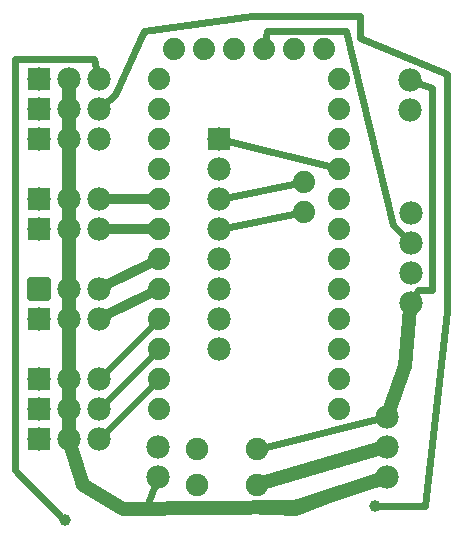
<source format=gtl>
G04 MADE WITH FRITZING*
G04 WWW.FRITZING.ORG*
G04 DOUBLE SIDED*
G04 HOLES PLATED*
G04 CONTOUR ON CENTER OF CONTOUR VECTOR*
%ASAXBY*%
%FSLAX23Y23*%
%MOIN*%
%OFA0B0*%
%SFA1.0B1.0*%
%ADD10C,0.074000*%
%ADD11C,0.078000*%
%ADD12C,0.075000*%
%ADD13C,0.039370*%
%ADD14R,0.078000X0.078000*%
%ADD15C,0.048000*%
%ADD16C,0.032000*%
%ADD17C,0.024000*%
%ADD18C,0.020000*%
%LNCOPPER1*%
G90*
G70*
G54D10*
X1081Y1696D03*
X981Y1696D03*
X881Y1696D03*
X781Y1696D03*
X681Y1696D03*
X581Y1696D03*
X1131Y1596D03*
X1131Y1496D03*
X1131Y1396D03*
X1131Y1296D03*
X1131Y1196D03*
X1016Y1251D03*
X1016Y1151D03*
X1131Y1096D03*
X1131Y996D03*
X1131Y896D03*
X1131Y796D03*
X1131Y696D03*
X1131Y596D03*
X1131Y496D03*
X531Y496D03*
X531Y596D03*
X531Y696D03*
X531Y796D03*
X531Y896D03*
X531Y996D03*
X531Y1096D03*
X531Y1196D03*
X531Y1296D03*
X531Y1396D03*
X531Y1496D03*
X531Y1596D03*
G54D11*
X131Y396D03*
X231Y396D03*
X331Y396D03*
X131Y496D03*
X231Y496D03*
X331Y496D03*
X131Y796D03*
X231Y796D03*
X331Y796D03*
X131Y896D03*
X231Y896D03*
X331Y896D03*
X131Y1096D03*
X231Y1096D03*
X331Y1096D03*
X131Y1496D03*
X231Y1496D03*
X331Y1496D03*
X131Y1396D03*
X231Y1396D03*
X331Y1396D03*
X131Y1596D03*
X231Y1596D03*
X331Y1596D03*
X131Y596D03*
X231Y596D03*
X331Y596D03*
X131Y1196D03*
X231Y1196D03*
X331Y1196D03*
G54D12*
X857Y361D03*
X657Y361D03*
X857Y243D03*
X657Y243D03*
G54D11*
X1291Y470D03*
X1291Y370D03*
X1291Y270D03*
X731Y1396D03*
X731Y1296D03*
X731Y1196D03*
X731Y1096D03*
X731Y996D03*
X731Y896D03*
X731Y796D03*
X731Y696D03*
X527Y368D03*
X527Y268D03*
X1371Y849D03*
X1371Y949D03*
X1371Y1049D03*
X1371Y1149D03*
X1368Y1592D03*
X1368Y1492D03*
G54D13*
X218Y125D03*
X1250Y173D03*
G54D14*
X131Y396D03*
X131Y496D03*
X131Y796D03*
X131Y1096D03*
X131Y1496D03*
X131Y1396D03*
X131Y1596D03*
X131Y596D03*
X131Y1196D03*
X731Y1396D03*
G54D15*
X231Y477D02*
X231Y415D01*
D02*
X231Y577D02*
X231Y515D01*
D02*
X231Y815D02*
X231Y877D01*
G54D16*
D02*
X511Y1196D02*
X350Y1196D01*
D02*
X350Y1096D02*
X511Y1096D01*
D02*
X348Y905D02*
X513Y987D01*
D02*
X348Y805D02*
X513Y887D01*
G54D15*
D02*
X231Y1477D02*
X231Y1415D01*
D02*
X874Y248D02*
X1272Y365D01*
D02*
X231Y1177D02*
X231Y1115D01*
G54D17*
D02*
X431Y497D02*
X344Y410D01*
D02*
X517Y582D02*
X431Y497D01*
D02*
X517Y682D02*
X431Y596D01*
D02*
X431Y596D02*
X344Y510D01*
D02*
X431Y697D02*
X344Y610D01*
D02*
X517Y782D02*
X431Y697D01*
G54D15*
D02*
X231Y777D02*
X231Y615D01*
D02*
X231Y1077D02*
X231Y915D01*
D02*
X231Y1377D02*
X231Y1215D01*
D02*
X231Y1577D02*
X231Y1515D01*
D02*
X985Y168D02*
X410Y164D01*
D02*
X410Y164D02*
X277Y241D01*
D02*
X1273Y264D02*
X985Y168D01*
D02*
X277Y241D02*
X236Y378D01*
G54D17*
D02*
X1272Y465D02*
X874Y365D01*
D02*
X750Y1100D02*
X996Y1148D01*
D02*
X750Y1200D02*
X996Y1248D01*
D02*
X1112Y1301D02*
X749Y1392D01*
D02*
X884Y1716D02*
X890Y1757D01*
D02*
X890Y1757D02*
X1154Y1757D01*
D02*
X1154Y1757D02*
X1310Y1109D01*
D02*
X1310Y1109D02*
X1358Y1063D01*
D02*
X212Y130D02*
X50Y293D01*
D02*
X50Y293D02*
X50Y1661D01*
D02*
X50Y1661D02*
X314Y1661D01*
D02*
X314Y1661D02*
X326Y1615D01*
D02*
X1386Y1586D02*
X1442Y1565D01*
D02*
X1442Y1565D02*
X1442Y893D01*
D02*
X1442Y893D02*
X1394Y893D01*
D02*
X1394Y893D02*
X1380Y866D01*
D02*
X1258Y173D02*
X1418Y173D01*
D02*
X1418Y173D02*
X1490Y821D01*
D02*
X1490Y821D02*
X1490Y1613D01*
D02*
X1490Y1613D02*
X1202Y1733D01*
D02*
X1202Y1733D02*
X1202Y1805D01*
D02*
X1202Y1805D02*
X842Y1805D01*
D02*
X842Y1805D02*
X482Y1757D01*
D02*
X482Y1757D02*
X386Y1541D01*
D02*
X386Y1541D02*
X346Y1508D01*
G54D15*
D02*
X1350Y638D02*
X1369Y830D01*
D02*
X1297Y488D02*
X1350Y638D01*
G54D17*
D02*
X1273Y263D02*
X989Y154D01*
D02*
X491Y171D02*
X521Y251D01*
D02*
X989Y154D02*
X491Y171D01*
G54D18*
X102Y925D02*
X160Y925D01*
X160Y867D01*
X102Y867D01*
X102Y925D01*
D02*
G04 End of Copper1*
M02*
</source>
